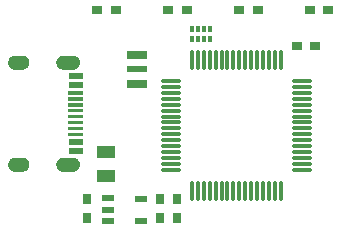
<source format=gtp>
G04 Layer: TopPasteMaskLayer*
G04 EasyEDA Pro v2.1.49.573a4102.674264, 2024-02-29 22:23:28*
G04 Gerber Generator version 0.3*
G04 Scale: 100 percent, Rotated: No, Reflected: No*
G04 Dimensions in millimeters*
G04 Leading zeros omitted, absolute positions, 3 integers and 5 decimals*
%FSLAX35Y35*%
%MOMM*%
%ADD10R,0.8X0.9*%
%ADD11R,1.55001X1.0*%
%ADD12R,1.1049X0.6223*%
%ADD13R,0.3X0.505*%
%ADD14R,1.7X0.65001*%
%ADD15R,1.7X0.5*%
%ADD16O,0.28001X1.8*%
%ADD17O,1.8X0.28001*%
%ADD18R,0.9094X0.8*%
%ADD19R,0.9X0.8*%
%ADD20R,0.9X0.8*%
G75*


G04 PolygonModel Start*
G36*
G01X-899005Y345001D02*
G01X-899005Y295001D01*
G01X-1018006D01*
G01Y345001D01*
G01X-899005D01*
G37*
G36*
G01X-899005Y-295021D02*
G01X-899005Y-345021D01*
G01X-1018006D01*
G01Y-295021D01*
G01X-899005D01*
G37*
G36*
G01X-899030Y-215019D02*
G01X-899030Y-265019D01*
G01X-1018031D01*
G01Y-215019D01*
G01X-899030D01*
G37*
G36*
G01X-899007Y264991D02*
G01X-899007Y214991D01*
G01X-1018009D01*
G01Y264991D01*
G01X-899007D01*
G37*
G36*
G01X-894008Y-160015D02*
G01X-894008Y-190012D01*
G01X-1023007D01*
G01Y-160015D01*
G01X-894008D01*
G37*
G36*
G01X-894006Y-9997D02*
G01X-894006Y-39995D01*
G01X-1023005D01*
G01Y-9997D01*
G01X-894006D01*
G37*
G36*
G01X-894006Y39990D02*
G01X-894006Y9992D01*
G01X-1023005D01*
G01Y39990D01*
G01X-894006D01*
G37*
G36*
G01X-894006Y90002D02*
G01X-894006Y60005D01*
G01X-1023005D01*
G01Y90002D01*
G01X-894006D01*
G37*
G36*
G01X-894006Y190002D02*
G01X-894006Y160005D01*
G01X-1023005D01*
G01Y190002D01*
G01X-894006D01*
G37*
G36*
G01X-894006Y-60013D02*
G01X-894006Y-90010D01*
G01X-1023005D01*
G01Y-60013D01*
G01X-894006D01*
G37*
G36*
G01X-894011Y-109972D02*
G01X-894011Y-139969D01*
G01X-1023005D01*
G01Y-109972D01*
G01X-894011D01*
G37*
G36*
G01X-894006Y139984D02*
G01X-894006Y109987D01*
G01X-1023005D01*
G01Y139984D01*
G01X-894006D01*
G37*
G36*
G01X-923660Y427520D02*
G01X-923510Y430507D01*
G01Y433499D01*
G01X-923660Y436486D01*
G01X-923958Y439463D01*
G01X-924405Y442422D01*
G01X-924996Y445353D01*
G01X-925736Y448254D01*
G01X-926617Y451112D01*
G01X-927641Y453923D01*
G01X-928801Y456679D01*
G01X-930099Y459377D01*
G01X-931532Y462003D01*
G01X-933091Y464556D01*
G01X-934775Y467027D01*
G01X-936584Y469412D01*
G01X-938507Y471703D01*
G01X-940541Y473898D01*
G01X-942682Y475986D01*
G01X-944925Y477967D01*
G01X-947265Y479831D01*
G01X-949693Y481576D01*
G01X-952207Y483199D01*
G01X-954798Y484696D01*
G01X-957460Y486062D01*
G01X-960186Y487291D01*
G01X-962972Y488384D01*
G01X-965807Y489339D01*
G01X-968687Y490149D01*
G01X-971603Y490814D01*
G01X-974549Y491333D01*
G01X-977518Y491706D01*
G01X-980503Y491929D01*
G01X-983493Y492003D01*
G01X-1063492D01*
G01X-1066482Y491929D01*
G01X-1069466Y491706D01*
G01X-1072436Y491333D01*
G01X-1075382Y490814D01*
G01X-1078298Y490149D01*
G01X-1081178Y489339D01*
G01X-1084013Y488384D01*
G01X-1086799Y487291D01*
G01X-1089525Y486062D01*
G01X-1092187Y484696D01*
G01X-1094778Y483199D01*
G01X-1097292Y481576D01*
G01X-1099720Y479831D01*
G01X-1102060Y477967D01*
G01X-1104303Y475986D01*
G01X-1106444Y473898D01*
G01X-1108478Y471703D01*
G01X-1110401Y469412D01*
G01X-1112210Y467027D01*
G01X-1113894Y464556D01*
G01X-1115453Y462003D01*
G01X-1116886Y459377D01*
G01X-1118184Y456679D01*
G01X-1119344Y453923D01*
G01X-1120368Y451112D01*
G01X-1121249Y448254D01*
G01X-1121989Y445353D01*
G01X-1122580Y442422D01*
G01X-1123027Y439463D01*
G01X-1123325Y436486D01*
G01X-1123475Y433499D01*
G01Y430507D01*
G01X-1123325Y427520D01*
G01X-1123027Y424543D01*
G01X-1122580Y421584D01*
G01X-1121989Y418653D01*
G01X-1121249Y415752D01*
G01X-1120368Y412895D01*
G01X-1119344Y410083D01*
G01X-1118184Y407327D01*
G01X-1116886Y404630D01*
G01X-1115453Y402003D01*
G01X-1113894Y399451D01*
G01X-1112210Y396979D01*
G01X-1110401Y394594D01*
G01X-1108478Y392303D01*
G01X-1106444Y390108D01*
G01X-1104303Y388021D01*
G01X-1102060Y386039D01*
G01X-1099720Y384175D01*
G01X-1097292Y382430D01*
G01X-1094778Y380807D01*
G01X-1092187Y379311D01*
G01X-1089525Y377944D01*
G01X-1086799Y376715D01*
G01X-1084013Y375623D01*
G01X-1081178Y374668D01*
G01X-1078298Y373858D01*
G01X-1075382Y373192D01*
G01X-1072436Y372674D01*
G01X-1069466Y372301D01*
G01X-1066482Y372077D01*
G01X-1063492Y372003D01*
G01X-983493D01*
G01X-980503Y372077D01*
G01X-977518Y372301D01*
G01X-974549Y372674D01*
G01X-971603Y373192D01*
G01X-968687Y373858D01*
G01X-965807Y374668D01*
G01X-962972Y375623D01*
G01X-960186Y376715D01*
G01X-957460Y377944D01*
G01X-954798Y379311D01*
G01X-952207Y380807D01*
G01X-949693Y382430D01*
G01X-947265Y384175D01*
G01X-944925Y386039D01*
G01X-942682Y388021D01*
G01X-940541Y390108D01*
G01X-938507Y392303D01*
G01X-936584Y394594D01*
G01X-934775Y396979D01*
G01X-933091Y399451D01*
G01X-931532Y402003D01*
G01X-930099Y404630D01*
G01X-928801Y407327D01*
G01X-927641Y410083D01*
G01X-926617Y412895D01*
G01X-925736Y415752D01*
G01X-924996Y418653D01*
G01X-924405Y421584D01*
G01X-923958Y424543D01*
G01X-923660Y427520D01*
G37*
G36*
G01X-923660Y-436486D02*
G01X-923510Y-433499D01*
G01Y-430507D01*
G01X-923660Y-427520D01*
G01X-923958Y-424543D01*
G01X-924405Y-421584D01*
G01X-924996Y-418653D01*
G01X-925736Y-415752D01*
G01X-926617Y-412895D01*
G01X-927641Y-410083D01*
G01X-928801Y-407327D01*
G01X-930099Y-404630D01*
G01X-931532Y-402003D01*
G01X-933091Y-399451D01*
G01X-934775Y-396979D01*
G01X-936584Y-394594D01*
G01X-938507Y-392303D01*
G01X-940541Y-390108D01*
G01X-942682Y-388021D01*
G01X-944925Y-386039D01*
G01X-947265Y-384175D01*
G01X-949693Y-382430D01*
G01X-952207Y-380807D01*
G01X-954798Y-379311D01*
G01X-957460Y-377944D01*
G01X-960186Y-376715D01*
G01X-962972Y-375623D01*
G01X-965807Y-374668D01*
G01X-968687Y-373858D01*
G01X-971603Y-373192D01*
G01X-974549Y-372674D01*
G01X-977518Y-372300D01*
G01X-980503Y-372077D01*
G01X-983493Y-372003D01*
G01X-1063492D01*
G01X-1066482Y-372077D01*
G01X-1069466Y-372300D01*
G01X-1072436Y-372674D01*
G01X-1075382Y-373192D01*
G01X-1078298Y-373858D01*
G01X-1081178Y-374668D01*
G01X-1084013Y-375623D01*
G01X-1086799Y-376715D01*
G01X-1089525Y-377944D01*
G01X-1092187Y-379311D01*
G01X-1094778Y-380807D01*
G01X-1097292Y-382430D01*
G01X-1099720Y-384175D01*
G01X-1102060Y-386039D01*
G01X-1104303Y-388021D01*
G01X-1106444Y-390108D01*
G01X-1108478Y-392303D01*
G01X-1110401Y-394594D01*
G01X-1112210Y-396979D01*
G01X-1113894Y-399451D01*
G01X-1115453Y-402003D01*
G01X-1116886Y-404630D01*
G01X-1118184Y-407327D01*
G01X-1119344Y-410083D01*
G01X-1120368Y-412895D01*
G01X-1121249Y-415752D01*
G01X-1121989Y-418653D01*
G01X-1122580Y-421584D01*
G01X-1123027Y-424543D01*
G01X-1123325Y-427520D01*
G01X-1123475Y-430507D01*
G01Y-433499D01*
G01X-1123325Y-436486D01*
G01X-1123027Y-439463D01*
G01X-1122580Y-442422D01*
G01X-1121989Y-445353D01*
G01X-1121249Y-448254D01*
G01X-1120368Y-451112D01*
G01X-1119344Y-453923D01*
G01X-1118184Y-456679D01*
G01X-1116886Y-459377D01*
G01X-1115453Y-462003D01*
G01X-1113894Y-464556D01*
G01X-1112210Y-467027D01*
G01X-1110401Y-469412D01*
G01X-1108478Y-471703D01*
G01X-1106444Y-473898D01*
G01X-1104303Y-475986D01*
G01X-1102060Y-477967D01*
G01X-1099720Y-479831D01*
G01X-1097292Y-481576D01*
G01X-1094778Y-483199D01*
G01X-1092187Y-484695D01*
G01X-1089525Y-486062D01*
G01X-1086799Y-487291D01*
G01X-1084013Y-488384D01*
G01X-1081178Y-489339D01*
G01X-1078298Y-490149D01*
G01X-1075382Y-490814D01*
G01X-1072436Y-491333D01*
G01X-1069466Y-491706D01*
G01X-1066482Y-491929D01*
G01X-1063492Y-492003D01*
G01X-983493D01*
G01X-980503Y-491929D01*
G01X-977518Y-491706D01*
G01X-974549Y-491333D01*
G01X-971603Y-490814D01*
G01X-968687Y-490149D01*
G01X-965807Y-489339D01*
G01X-962972Y-488384D01*
G01X-960186Y-487291D01*
G01X-957460Y-486062D01*
G01X-954798Y-484695D01*
G01X-952207Y-483199D01*
G01X-949693Y-481576D01*
G01X-947265Y-479831D01*
G01X-944925Y-477967D01*
G01X-942682Y-475986D01*
G01X-940541Y-473898D01*
G01X-938507Y-471703D01*
G01X-936584Y-469412D01*
G01X-934775Y-467027D01*
G01X-933091Y-464556D01*
G01X-931532Y-462003D01*
G01X-930099Y-459377D01*
G01X-928801Y-456679D01*
G01X-927641Y-453923D01*
G01X-926617Y-451112D01*
G01X-925736Y-448254D01*
G01X-924996Y-445353D01*
G01X-924405Y-442422D01*
G01X-923958Y-439463D01*
G01X-923660Y-436486D01*
G37*
G36*
G01X-1351668Y427520D02*
G01X-1351518Y430507D01*
G01Y433499D01*
G01X-1351668Y436486D01*
G01X-1351965Y439463D01*
G01X-1352412Y442422D01*
G01X-1353004Y445353D01*
G01X-1353743Y448254D01*
G01X-1354625Y451112D01*
G01X-1355648Y453923D01*
G01X-1356809Y456679D01*
G01X-1358107Y459377D01*
G01X-1359540Y462003D01*
G01X-1361099Y464556D01*
G01X-1362783Y467027D01*
G01X-1364592Y469412D01*
G01X-1366514Y471703D01*
G01X-1368549Y473898D01*
G01X-1370690Y475986D01*
G01X-1372933Y477967D01*
G01X-1375272Y479831D01*
G01X-1377701Y481576D01*
G01X-1380215Y483199D01*
G01X-1382806Y484696D01*
G01X-1385468Y486062D01*
G01X-1388193Y487291D01*
G01X-1390980Y488384D01*
G01X-1393814Y489339D01*
G01X-1396695Y490149D01*
G01X-1399611Y490814D01*
G01X-1402557Y491333D01*
G01X-1405526Y491706D01*
G01X-1408511Y491929D01*
G01X-1411500Y492003D01*
G01X-1471500D01*
G01X-1474490Y491929D01*
G01X-1477474Y491706D01*
G01X-1480444Y491333D01*
G01X-1483390Y490814D01*
G01X-1486306Y490149D01*
G01X-1489186Y489339D01*
G01X-1492021Y488384D01*
G01X-1494807Y487291D01*
G01X-1497533Y486062D01*
G01X-1500195Y484696D01*
G01X-1502785Y483199D01*
G01X-1505300Y481576D01*
G01X-1507728Y479831D01*
G01X-1510068Y477967D01*
G01X-1512310Y475986D01*
G01X-1514452Y473898D01*
G01X-1516486Y471703D01*
G01X-1518409Y469412D01*
G01X-1520217Y467027D01*
G01X-1521901Y464556D01*
G01X-1523461Y462003D01*
G01X-1524894Y459377D01*
G01X-1526192Y456679D01*
G01X-1527352Y453923D01*
G01X-1528376Y451112D01*
G01X-1529257Y448254D01*
G01X-1529996Y445353D01*
G01X-1530588Y442422D01*
G01X-1531035Y439463D01*
G01X-1531332Y436486D01*
G01X-1531482Y433499D01*
G01Y430507D01*
G01X-1531332Y427520D01*
G01X-1531035Y424543D01*
G01X-1530588Y421584D01*
G01X-1529996Y418653D01*
G01X-1529257Y415752D01*
G01X-1528376Y412895D01*
G01X-1527352Y410083D01*
G01X-1526192Y407327D01*
G01X-1524894Y404630D01*
G01X-1523461Y402003D01*
G01X-1521901Y399451D01*
G01X-1520217Y396979D01*
G01X-1518409Y394594D01*
G01X-1516486Y392303D01*
G01X-1514452Y390108D01*
G01X-1512310Y388021D01*
G01X-1510068Y386039D01*
G01X-1507728Y384175D01*
G01X-1505300Y382430D01*
G01X-1502785Y380807D01*
G01X-1500195Y379311D01*
G01X-1497533Y377944D01*
G01X-1494807Y376715D01*
G01X-1492021Y375623D01*
G01X-1489186Y374668D01*
G01X-1486306Y373858D01*
G01X-1483390Y373192D01*
G01X-1480444Y372674D01*
G01X-1477474Y372301D01*
G01X-1474490Y372077D01*
G01X-1471500Y372003D01*
G01X-1411500D01*
G01X-1408511Y372077D01*
G01X-1405526Y372301D01*
G01X-1402557Y372674D01*
G01X-1399611Y373192D01*
G01X-1396695Y373858D01*
G01X-1393814Y374668D01*
G01X-1390980Y375623D01*
G01X-1388193Y376715D01*
G01X-1385468Y377944D01*
G01X-1382806Y379311D01*
G01X-1380215Y380807D01*
G01X-1377701Y382430D01*
G01X-1375272Y384175D01*
G01X-1372933Y386039D01*
G01X-1370690Y388021D01*
G01X-1368549Y390108D01*
G01X-1366514Y392303D01*
G01X-1364592Y394594D01*
G01X-1362783Y396979D01*
G01X-1361099Y399451D01*
G01X-1359540Y402003D01*
G01X-1358107Y404630D01*
G01X-1356809Y407327D01*
G01X-1355648Y410083D01*
G01X-1354625Y412895D01*
G01X-1353743Y415752D01*
G01X-1353004Y418653D01*
G01X-1352412Y421584D01*
G01X-1351965Y424543D01*
G01X-1351668Y427520D01*
G37*
G36*
G01X-1351668Y-436486D02*
G01X-1351518Y-433499D01*
G01Y-430507D01*
G01X-1351668Y-427520D01*
G01X-1351965Y-424543D01*
G01X-1352412Y-421584D01*
G01X-1353004Y-418653D01*
G01X-1353743Y-415752D01*
G01X-1354625Y-412895D01*
G01X-1355648Y-410083D01*
G01X-1356809Y-407327D01*
G01X-1358107Y-404630D01*
G01X-1359540Y-402003D01*
G01X-1361099Y-399451D01*
G01X-1362783Y-396979D01*
G01X-1364592Y-394594D01*
G01X-1366514Y-392303D01*
G01X-1368549Y-390108D01*
G01X-1370690Y-388021D01*
G01X-1372933Y-386039D01*
G01X-1375272Y-384175D01*
G01X-1377701Y-382430D01*
G01X-1380215Y-380807D01*
G01X-1382806Y-379311D01*
G01X-1385468Y-377944D01*
G01X-1388193Y-376715D01*
G01X-1390980Y-375623D01*
G01X-1393814Y-374668D01*
G01X-1396695Y-373858D01*
G01X-1399611Y-373192D01*
G01X-1402557Y-372674D01*
G01X-1405526Y-372300D01*
G01X-1408511Y-372077D01*
G01X-1411500Y-372003D01*
G01X-1471500D01*
G01X-1474490Y-372077D01*
G01X-1477474Y-372300D01*
G01X-1480444Y-372674D01*
G01X-1483390Y-373192D01*
G01X-1486306Y-373858D01*
G01X-1489186Y-374668D01*
G01X-1492021Y-375623D01*
G01X-1494807Y-376715D01*
G01X-1497533Y-377944D01*
G01X-1500195Y-379311D01*
G01X-1502785Y-380807D01*
G01X-1505300Y-382430D01*
G01X-1507728Y-384175D01*
G01X-1510068Y-386039D01*
G01X-1512310Y-388021D01*
G01X-1514452Y-390108D01*
G01X-1516486Y-392303D01*
G01X-1518409Y-394594D01*
G01X-1520217Y-396979D01*
G01X-1521901Y-399451D01*
G01X-1523461Y-402003D01*
G01X-1524894Y-404630D01*
G01X-1526192Y-407327D01*
G01X-1527352Y-410083D01*
G01X-1528376Y-412895D01*
G01X-1529257Y-415752D01*
G01X-1529996Y-418653D01*
G01X-1530588Y-421584D01*
G01X-1531035Y-424543D01*
G01X-1531332Y-427520D01*
G01X-1531482Y-430507D01*
G01Y-433499D01*
G01X-1531332Y-436486D01*
G01X-1531035Y-439463D01*
G01X-1530588Y-442422D01*
G01X-1529996Y-445353D01*
G01X-1529257Y-448254D01*
G01X-1528376Y-451112D01*
G01X-1527352Y-453923D01*
G01X-1526192Y-456679D01*
G01X-1524894Y-459377D01*
G01X-1523461Y-462003D01*
G01X-1521901Y-464556D01*
G01X-1520217Y-467027D01*
G01X-1518409Y-469412D01*
G01X-1516486Y-471703D01*
G01X-1514452Y-473898D01*
G01X-1512310Y-475986D01*
G01X-1510068Y-477967D01*
G01X-1507728Y-479831D01*
G01X-1505300Y-481576D01*
G01X-1502785Y-483199D01*
G01X-1500195Y-484695D01*
G01X-1497533Y-486062D01*
G01X-1494807Y-487291D01*
G01X-1492021Y-488384D01*
G01X-1489186Y-489339D01*
G01X-1486306Y-490149D01*
G01X-1483390Y-490814D01*
G01X-1480444Y-491333D01*
G01X-1477474Y-491706D01*
G01X-1474490Y-491929D01*
G01X-1471500Y-492003D01*
G01X-1411500D01*
G01X-1408511Y-491929D01*
G01X-1405526Y-491706D01*
G01X-1402557Y-491333D01*
G01X-1399611Y-490814D01*
G01X-1396695Y-490149D01*
G01X-1393814Y-489339D01*
G01X-1390980Y-488384D01*
G01X-1388193Y-487291D01*
G01X-1385468Y-486062D01*
G01X-1382806Y-484695D01*
G01X-1380215Y-483199D01*
G01X-1377701Y-481576D01*
G01X-1375272Y-479831D01*
G01X-1372933Y-477967D01*
G01X-1370690Y-475986D01*
G01X-1368549Y-473898D01*
G01X-1366514Y-471703D01*
G01X-1364592Y-469412D01*
G01X-1362783Y-467027D01*
G01X-1361099Y-464556D01*
G01X-1359540Y-462003D01*
G01X-1358107Y-459377D01*
G01X-1356809Y-456679D01*
G01X-1355648Y-453923D01*
G01X-1354625Y-451112D01*
G01X-1353743Y-448254D01*
G01X-1353004Y-445353D01*
G01X-1352412Y-442422D01*
G01X-1351965Y-439463D01*
G01X-1351668Y-436486D01*
G37*
G04 PolygonModel End*

G04 Pad Start*
G54D10*
G01X-99975Y-879864D03*
G01X-99975Y-719844D03*
G54D11*
G01X-699999Y-525016D03*
G01X-699999Y-325016D03*
G54D10*
G01X-864850Y-879864D03*
G01X-864850Y-719844D03*
G01X-249977Y-879864D03*
G01X-249977Y-719844D03*
G54D12*
G01X-689692Y-907757D03*
G01X-689692Y-813777D03*
G01X-689692Y-717257D03*
G01X-410292Y-719797D03*
G01X-410292Y-907757D03*
G54D13*
G01X175006Y632250D03*
G01X124993Y632250D03*
G01X75006Y632250D03*
G01X24994Y632250D03*
G01X175006Y717747D03*
G01X124993Y717747D03*
G01X75006Y717747D03*
G01X24994Y717747D03*
G54D14*
G01X-436565Y255010D03*
G54D15*
G01X-436565Y374999D03*
G54D14*
G01X-436565Y494989D03*
G54D16*
G01X24994Y454990D03*
G01X75007Y454990D03*
G01X124994Y454990D03*
G01X175007Y454990D03*
G01X224994Y454990D03*
G01X275007Y454990D03*
G01X324994Y454990D03*
G01X375006Y454990D03*
G01X424994Y454990D03*
G01X475006Y454990D03*
G01X524993Y454990D03*
G01X575006Y454990D03*
G01X624993Y454990D03*
G01X675006Y454990D03*
G01X724993Y454990D03*
G01X775006Y454990D03*
G54D17*
G01X954990Y275006D03*
G01X954990Y224993D03*
G01X954990Y175006D03*
G01X954990Y124993D03*
G01X954990Y75006D03*
G01X954990Y24993D03*
G01X954990Y-24994D03*
G01X954990Y-75006D03*
G01X954990Y-124994D03*
G01X954990Y-175006D03*
G01X954990Y-224993D03*
G01X954990Y-275006D03*
G01X954990Y-324993D03*
G01X954990Y-375006D03*
G01X954990Y-424993D03*
G01X954990Y-475006D03*
G54D16*
G01X775006Y-654990D03*
G01X724993Y-654990D03*
G01X675006Y-654990D03*
G01X624993Y-654990D03*
G01X575006Y-654990D03*
G01X524993Y-654990D03*
G01X475006Y-654990D03*
G01X424994Y-654990D03*
G01X375006Y-654990D03*
G01X324994Y-654990D03*
G01X275007Y-654990D03*
G01X224994Y-654990D03*
G01X175007Y-654990D03*
G01X124994Y-654990D03*
G01X75007Y-654990D03*
G01X24994Y-654990D03*
G54D17*
G01X-154990Y-475006D03*
G01X-154990Y-424993D03*
G01X-154990Y-375006D03*
G01X-154990Y-324993D03*
G01X-154990Y-275006D03*
G01X-154990Y-224993D03*
G01X-154990Y-175006D03*
G01X-154990Y-124994D03*
G01X-154990Y-75006D03*
G01X-154990Y-24994D03*
G01X-154990Y24993D03*
G01X-154990Y75006D03*
G01X-154990Y124993D03*
G01X-154990Y175006D03*
G01X-154990Y224993D03*
G01X-154990Y275006D03*
G54D19*
G01X910142Y569980D03*
G01X1070162Y569980D03*
G54D20*
G01X1019999Y875007D03*
G01X1180019Y875007D03*
G01X-780010Y875007D03*
G01X-619990Y875007D03*
G01X419994Y875007D03*
G01X580014Y875007D03*
G01X-180010Y875007D03*
G01X-19990Y875007D03*
G04 Pad End*

M02*

</source>
